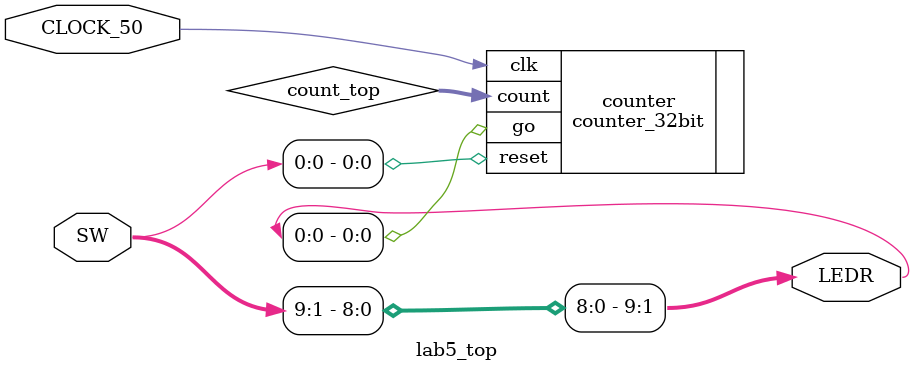
<source format=v>
`timescale 1ns / 1ps
module lab5_top(

	input CLOCK_50,
	input [9:0] SW,
	output [9:0] LEDR

);

	wire [31:0] count_top;

	assign LEDR[9:1] = SW[9:1];
	
	counter_32bit counter(.clk(CLOCK_50), .reset(SW[0]), .count(count_top), .go(LEDR[0]));

endmodule

</source>
